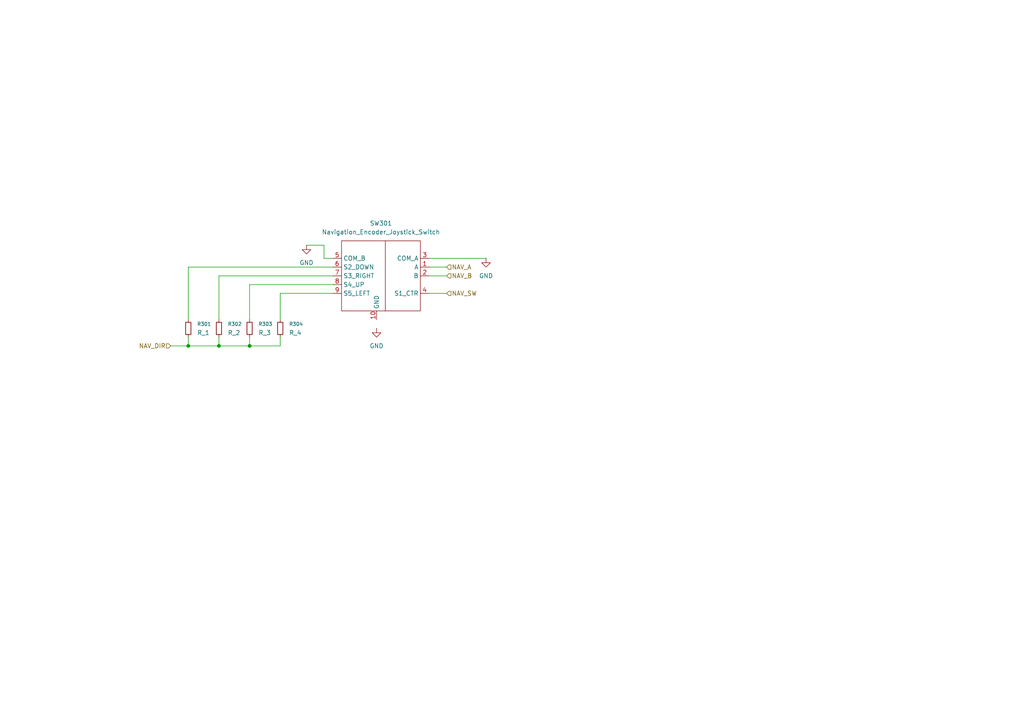
<source format=kicad_sch>
(kicad_sch (version 20250114) (generator "eeschema") (generator_version "9.0")
  (paper "A4")
  (lib_symbols
    (symbol "BVH_Switches_Inputs:Navigation_Encoder_Joystick_Switch"
      (property "Reference" "SW" (at 5.08 -7.62 0))
      (property "Value" "Navigation_Encoder_Joystick_Switch" (at 0 15.24 0))
      (symbol "Navigation_Encoder_Joystick_Switch_0_1"
        (polyline (pts (xy -12.7 10.16) (xy -12.7 -10.16) (xy 10.16 -10.16) (xy 10.16 10.16) (xy -12.7 10.16)))
        (polyline (pts (xy 0 -10.16) (xy 0 10.16)))
      )
      (symbol "Navigation_Encoder_Joystick_Switch_1_1"
        (pin input line (at -15.24 5.08 0) (length 2.54) (name "COM_B") (number "5"))
        (pin input line (at -15.24 2.54 0) (length 2.54) (name "S2_DOWN") (number "6"))
        (pin input line (at -15.24 0 0) (length 2.54) (name "S3_RIGHT") (number "7"))
        (pin input line (at -15.24 -2.54 0) (length 2.54) (name "S4_UP") (number "8"))
        (pin input line (at -15.24 -5.08 0) (length 2.54) (name "S5_LEFT") (number "9"))
        (pin input line (at -2.54 -12.7 90) (length 2.54) (name "GND") (number "10"))
        (pin input line (at 12.7 5.08 180) (length 2.54) (name "COM_A") (number "3"))
        (pin input line (at 12.7 2.54 180) (length 2.54) (name "A") (number "1"))
        (pin input line (at 12.7 0 180) (length 2.54) (name "B") (number "2"))
        (pin input line (at 12.7 -5.08 180) (length 2.54) (name "S1_CTR") (number "4"))
      )
    )
    (symbol "Device:R_Small" (pin_numbers (hide yes)) (pin_names (offset 0.254) (hide yes))
      (property "Reference" "R" (at 0 0 90))
      (property "Value" "R_Small" (at 1.778 0 90))
      (symbol "R_Small_0_1"
        (rectangle (start -0.762 1.778) (end 0.762 -1.778) (stroke (width 0.2032)))
      )
      (symbol "R_Small_1_1"
        (pin passive line (at 0 2.54 270) (length 0.762) (name "~") (number "1"))
        (pin passive line (at 0 -2.54 90) (length 0.762) (name "~") (number "2"))
      )
    )
    (symbol "power:GND" (power) (pin_numbers (hide yes)) (pin_names (offset 0) (hide yes))
      (property "Value" "GND" (at 0 -3.81 0))
      (symbol "GND_0_1"
        (polyline (pts (xy 0 0) (xy 0 -1.27) (xy 1.27 -1.27) (xy 0 -2.54) (xy -1.27 -1.27) (xy 0 -1.27)))
      )
      (symbol "GND_1_1"
        (pin power_in line (at 0 0 270) (length 0) (name "~") (number "1"))
      )
    )
  )
  (junction (at 54.61 100.33))
  (junction (at 72.39 100.33))
  (junction (at 63.5 100.33))
  (wire (pts (xy 54.61 100.33) (xy 63.5 100.33)))
  (wire (pts (xy 63.5 100.33) (xy 72.39 100.33)))
  (wire (pts (xy 72.39 97.79) (xy 72.39 100.33)))
  (wire (pts (xy 88.9 71.12) (xy 93.98 71.12)))
  (wire (pts (xy 124.46 74.93) (xy 140.97 74.93)))
  (wire (pts (xy 96.52 80.01) (xy 63.5 80.01)))
  (wire (pts (xy 81.28 97.79) (xy 81.28 100.33)))
  (wire (pts (xy 81.28 85.09) (xy 96.52 85.09)))
  (wire (pts (xy 93.98 74.93) (xy 96.52 74.93)))
  (wire (pts (xy 81.28 92.71) (xy 81.28 85.09)))
  (wire (pts (xy 124.46 80.01) (xy 129.54 80.01)))
  (wire (pts (xy 96.52 77.47) (xy 54.61 77.47)))
  (wire (pts (xy 124.46 85.09) (xy 129.54 85.09)))
  (wire (pts (xy 72.39 100.33) (xy 81.28 100.33)))
  (wire (pts (xy 93.98 71.12) (xy 93.98 74.93)))
  (wire (pts (xy 49.53 100.33) (xy 54.61 100.33)))
  (wire (pts (xy 54.61 97.79) (xy 54.61 100.33)))
  (wire (pts (xy 72.39 82.55) (xy 72.39 92.71)))
  (wire (pts (xy 124.46 77.47) (xy 129.54 77.47)))
  (wire (pts (xy 54.61 77.47) (xy 54.61 92.71)))
  (wire (pts (xy 63.5 80.01) (xy 63.5 92.71)))
  (wire (pts (xy 96.52 82.55) (xy 72.39 82.55)))
  (wire (pts (xy 63.5 97.79) (xy 63.5 100.33)))
  (hierarchical_label "NAV_B" (shape input) (at 129.54 80.01 0))
  (hierarchical_label "NAV_DIR" (shape input) (at 49.53 100.33 180))
  (hierarchical_label "NAV_A" (shape input) (at 129.54 77.47 0))
  (hierarchical_label "NAV_SW" (shape input) (at 129.54 85.09 0))
  (symbol (lib_id "Device:R_Small") (at 63.5 95.25 0) (unit 1)
    (property "Reference" "R302" (at 66.04 93.9799 0) (effects (font (size 1.016 1.016)) (justify left)))
    (property "Value" "R_2" (at 66.04 96.5199 0) (effects (justify left)))
    (property "Description" "Resistor, small symbol" (effects (hide yes)))
  )
  (symbol (lib_id "Device:R_Small") (at 81.28 95.25 0) (unit 1)
    (property "Reference" "R304" (at 83.82 93.9799 0) (effects (font (size 1.016 1.016)) (justify left)))
    (property "Value" "R_4" (at 83.82 96.5199 0) (effects (justify left)))
    (property "Description" "Resistor, small symbol" (effects (hide yes)))
  )
  (symbol (lib_id "power:GND") (at 140.97 74.93 0) (unit 1)
    (property "Reference" "#PWR0302" (effects (hide yes)))
    (property "Value" "GND" (at 140.97 80.01 0))
    (property "Description" "Power symbol creates a global label with name \"GND\" , ground" (effects (hide yes)))
  )
  (symbol (lib_id "Device:R_Small") (at 54.61 95.25 0) (unit 1)
    (property "Reference" "R301" (at 57.15 93.9799 0) (effects (font (size 1.016 1.016)) (justify left)))
    (property "Value" "R_1" (at 57.15 96.5199 0) (effects (justify left)))
    (property "Description" "Resistor, small symbol" (effects (hide yes)))
  )
  (symbol (lib_id "BVH_Switches_Inputs:Navigation_Encoder_Joystick_Switch") (at 111.76 80.01 0) (unit 1)
    (property "Reference" "SW301" (at 110.49 64.77 0))
    (property "Value" "Navigation_Encoder_Joystick_Switch" (at 110.49 67.31 0))
    (property "Footprint" "BVH_Switches:RKJXT1F42001_Navigation_Switch" (effects (hide yes)))
    (property "Datasheet" "https://cdn-shop.adafruit.com/product-files/5001/ANO+Encoder.jpg" (effects (hide yes)))
  )
  (symbol (lib_id "power:GND") (at 109.22 95.25 0) (unit 1)
    (property "Reference" "#PWR0301" (effects (hide yes)))
    (property "Value" "GND" (at 109.22 100.33 0))
    (property "Description" "Power symbol creates a global label with name \"GND\" , ground" (effects (hide yes)))
  )
  (symbol (lib_id "Device:R_Small") (at 72.39 95.25 0) (unit 1)
    (property "Reference" "R303" (at 74.93 93.9799 0) (effects (font (size 1.016 1.016)) (justify left)))
    (property "Value" "R_3" (at 74.93 96.5199 0) (effects (justify left)))
    (property "Description" "Resistor, small symbol" (effects (hide yes)))
  )
  (symbol (lib_id "power:GND") (at 88.9 71.12 0) (unit 1)
    (property "Reference" "#PWR0303" (effects (hide yes)))
    (property "Value" "GND" (at 88.9 76.2 0))
    (property "Description" "Power symbol creates a global label with name \"GND\" , ground" (effects (hide yes)))
  )
)
</source>
